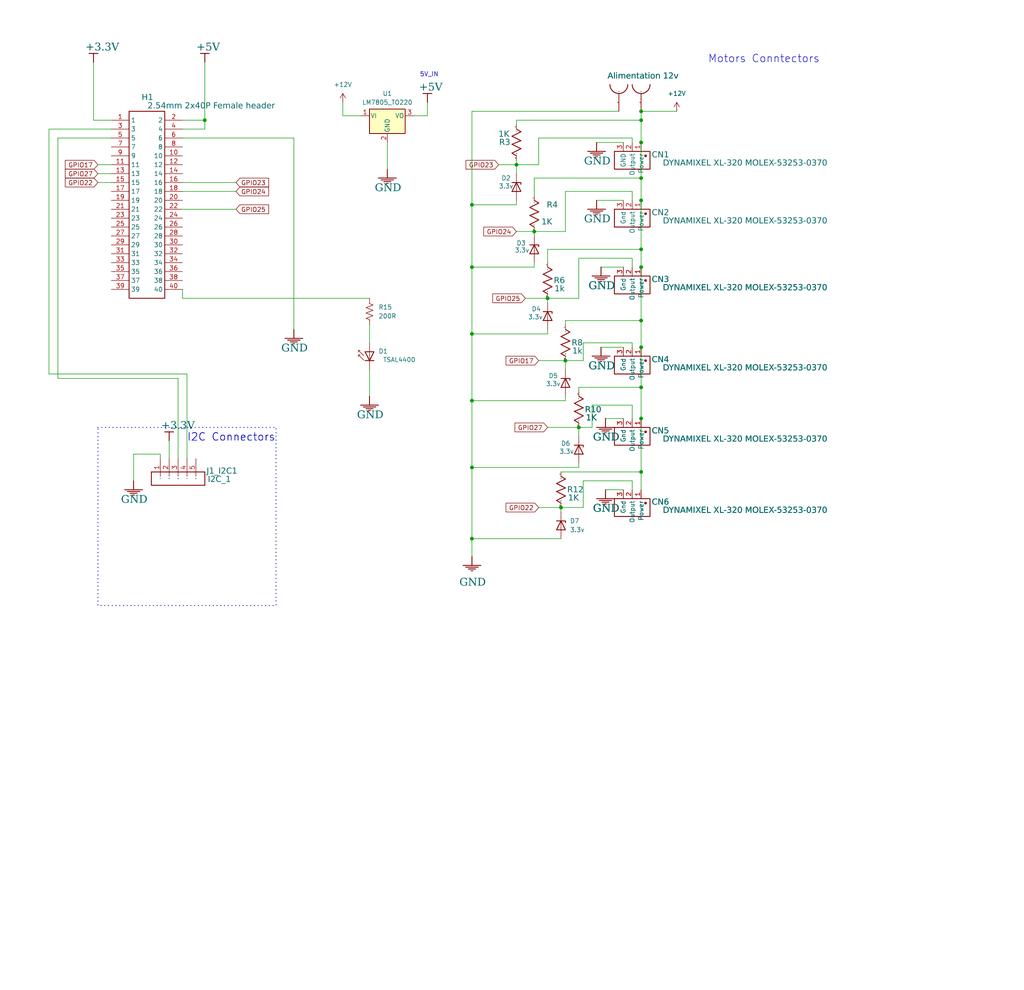
<source format=kicad_sch>
(kicad_sch (version 20250114) (generator "eeschema") (generator_version "9.0")
  (paper "User" 292.1 282.448)
  (lib_symbols
    (symbol "+3.3V" (power) (pin_numbers (hide yes)) (pin_names (hide yes))
      (property "Value" "+3.3V" (at 0 -3.81 0))
      (symbol "+3.3V_0_0"
        (polyline (pts (xy -1.27 -2.54) (xy 1.27 -2.54)) (stroke (width 0.254)))
        (polyline (pts (xy 0 0) (xy 0 -2.54)) (stroke (width 0.254)))
        (pin power_in line (at 0 0 270) (length 0) (name "+3.3V") (number "1"))
      )
    )
    (symbol "+5V" (power) (pin_numbers (hide yes)) (pin_names (hide yes))
      (property "Value" "+5V" (at 0 -3.81 0))
      (symbol "+5V_0_0"
        (polyline (pts (xy -1.27 -2.54) (xy 1.27 -2.54)) (stroke (width 0.254)))
        (polyline (pts (xy 0 0) (xy 0 -2.54)) (stroke (width 0.254)))
        (pin power_in line (at 0 0 270) (length 0) (name "+5V") (number "1"))
      )
    )
    (symbol "2.54mm 2x40P Female header"
      (property "Reference" "H1" (at -1.4986 32.7787 0))
      (property "Value" "2.54mm 2x40P Female header" (at -1.4986 30.4419 0))
      (symbol "2.54mm 2x40P Female header_0_0"
        (rectangle (start -5.08 27.94) (end 5.08 -25.4) (stroke (width 0.254)))
        (pin unspecified line (at -10.16 25.4 0) (length 5.08) (name "1") (number "1"))
        (pin unspecified line (at -10.16 22.86 0) (length 5.08) (name "3") (number "3"))
        (pin unspecified line (at -10.16 20.32 0) (length 5.08) (name "5") (number "5"))
        (pin unspecified line (at -10.16 17.78 0) (length 5.08) (name "7") (number "7"))
        (pin unspecified line (at -10.16 15.24 0) (length 5.08) (name "9") (number "9"))
        (pin unspecified line (at -10.16 12.7 0) (length 5.08) (name "11") (number "11"))
        (pin unspecified line (at -10.16 10.16 0) (length 5.08) (name "13") (number "13"))
        (pin unspecified line (at -10.16 7.62 0) (length 5.08) (name "15") (number "15"))
        (pin unspecified line (at -10.16 5.08 0) (length 5.08) (name "17") (number "17"))
        (pin unspecified line (at -10.16 2.54 0) (length 5.08) (name "19") (number "19"))
        (pin unspecified line (at -10.16 0 0) (length 5.08) (name "21") (number "21"))
        (pin unspecified line (at -10.16 -2.54 0) (length 5.08) (name "23") (number "23"))
        (pin unspecified line (at -10.16 -5.08 0) (length 5.08) (name "25") (number "25"))
        (pin unspecified line (at -10.16 -7.62 0) (length 5.08) (name "27") (number "27"))
        (pin unspecified line (at -10.16 -10.16 0) (length 5.08) (name "29") (number "29"))
        (pin unspecified line (at -10.16 -12.7 0) (length 5.08) (name "31") (number "31"))
        (pin unspecified line (at -10.16 -15.24 0) (length 5.08) (name "33") (number "33"))
        (pin unspecified line (at -10.16 -17.78 0) (length 5.08) (name "35") (number "35"))
        (pin unspecified line (at -10.16 -20.32 0) (length 5.08) (name "37") (number "37"))
        (pin unspecified line (at -10.16 -22.86 0) (length 5.08) (name "39") (number "39"))
        (pin unspecified line (at 10.16 25.4 180) (length 5.08) (name "2") (number "2"))
        (pin unspecified line (at 10.16 22.86 180) (length 5.08) (name "4") (number "4"))
        (pin unspecified line (at 10.16 20.32 180) (length 5.08) (name "6") (number "6"))
        (pin unspecified line (at 10.16 17.78 180) (length 5.08) (name "8") (number "8"))
        (pin unspecified line (at 10.16 15.24 180) (length 5.08) (name "10") (number "10"))
        (pin unspecified line (at 10.16 12.7 180) (length 5.08) (name "12") (number "12"))
        (pin unspecified line (at 10.16 10.16 180) (length 5.08) (name "14") (number "14"))
        (pin unspecified line (at 10.16 7.62 180) (length 5.08) (name "16") (number "16"))
        (pin unspecified line (at 10.16 5.08 180) (length 5.08) (name "18") (number "18"))
        (pin unspecified line (at 10.16 2.54 180) (length 5.08) (name "20") (number "20"))
        (pin unspecified line (at 10.16 0 180) (length 5.08) (name "22") (number "22"))
        (pin unspecified line (at 10.16 -2.54 180) (length 5.08) (name "24") (number "24"))
        (pin unspecified line (at 10.16 -5.08 180) (length 5.08) (name "26") (number "26"))
        (pin unspecified line (at 10.16 -7.62 180) (length 5.08) (name "28") (number "28"))
        (pin unspecified line (at 10.16 -10.16 180) (length 5.08) (name "30") (number "30"))
        (pin unspecified line (at 10.16 -12.7 180) (length 5.08) (name "32") (number "32"))
        (pin unspecified line (at 10.16 -15.24 180) (length 5.08) (name "34") (number "34"))
        (pin unspecified line (at 10.16 -17.78 180) (length 5.08) (name "36") (number "36"))
        (pin unspecified line (at 10.16 -20.32 180) (length 5.08) (name "38") (number "38"))
        (pin unspecified line (at 10.16 -22.86 180) (length 5.08) (name "40") (number "40"))
      )
    )
    (symbol "5PINS_2.54MM"
      (property "Reference" "J1_I2C" (at 13.208 -2.6797 0))
      (property "Value" "I2C_1" (at 13.208 -4.9911 0))
      (symbol "5PINS_2.54MM_0_0"
        (rectangle (start -2.54 -3.81) (end 12.7 -7.62) (stroke (width 0.254)))
        (pin unspecified line (at 0 0 270) (length 5.08) (name "1") (number "1"))
        (pin unspecified line (at 2.54 0 270) (length 5.08) (name "2") (number "2"))
        (pin unspecified line (at 5.08 0 270) (length 5.08) (name "3") (number "3"))
        (pin unspecified line (at 7.62 0 270) (length 5.08) (name "4") (number "4"))
        (pin unspecified line (at 10.16 0 270) (length 5.08) (name "5") (number "5"))
      )
    )
    (symbol "BORNIER 2P"
      (property "Value" "Alimentation 7,5v" (at -7.7978 5.9309 0))
      (symbol "BORNIER 2P_0_0"
        (arc (start -1.27 2.54) (mid -3.81 0) (end -6.35 2.54) (stroke (width 0.254)))
        (arc (start 5.08 2.54) (mid 2.54 0) (end 0 2.54) (stroke (width 0.254)))
        (pin unspecified line (at -3.81 -5.08 90) (length 5.08) (name "2") (number "2"))
        (pin unspecified line (at 2.54 -5.08 90) (length 5.08) (name "1") (number "1"))
      )
    )
    (symbol "DYNAMIXEL XL-320 MOLEX-53253-0370"
      (property "Reference" "CN1" (at 5.588 2.4511 0))
      (property "Value" "DYNAMIXEL XL-320 MOLEX-53253-0370" (at 5.588 0.1651 0))
      (symbol "DYNAMIXEL XL-320 MOLEX-53253-0370_0_0"
        (rectangle (start -5.08 2.54) (end 5.08 -2.54) (stroke (width 0.254)))
        (circle (center 3.81 1.27) (radius 0.254) (stroke (width 0.254)) (fill (type outline)))
        (pin unspecified line (at -2.54 5.08 270) (length 2.54) (name "GND") (number "3"))
        (pin unspecified line (at 0 5.08 270) (length 2.54) (name "Output") (number "2"))
        (pin unspecified line (at 2.54 5.08 270) (length 2.54) (name "Power") (number "1"))
      )
    )
    (symbol "DYNAMIXEL XL-320 MOLEX-53253-0370_1"
      (property "Reference" "CN2" (at 5.588 2.4511 0))
      (property "Value" "DYNAMIXEL XL-320 MOLEX-53253-0370" (at 5.588 0.1651 0))
      (symbol "DYNAMIXEL XL-320 MOLEX-53253-0370_1_0_0"
        (rectangle (start -5.08 2.54) (end 5.08 -2.54) (stroke (width 0.254)))
        (circle (center 3.81 1.27) (radius 0.254) (stroke (width 0.254)) (fill (type outline)))
        (pin unspecified line (at -2.54 5.08 270) (length 2.54) (name "Gnd") (number "3"))
        (pin unspecified line (at 0 5.08 270) (length 2.54) (name "Output") (number "2"))
        (pin unspecified line (at 2.54 5.08 270) (length 2.54) (name "Power") (number "1"))
      )
    )
    (symbol "DYNAMIXEL XL-320 MOLEX-53253-0370_2"
      (property "Reference" "CN3" (at 5.588 2.4511 0))
      (property "Value" "DYNAMIXEL XL-320 MOLEX-53253-0370" (at 5.588 0.1651 0))
      (symbol "DYNAMIXEL XL-320 MOLEX-53253-0370_2_0_0"
        (rectangle (start -5.08 2.54) (end 5.08 -2.54) (stroke (width 0.254)))
        (circle (center 3.81 1.27) (radius 0.254) (stroke (width 0.254)) (fill (type outline)))
        (pin unspecified line (at -2.54 5.08 270) (length 2.54) (name "Gnd") (number "3"))
        (pin unspecified line (at 0 5.08 270) (length 2.54) (name "Output") (number "2"))
        (pin unspecified line (at 2.54 5.08 270) (length 2.54) (name "Power") (number "1"))
      )
    )
    (symbol "DYNAMIXEL XL-320 MOLEX-53253-0370_3"
      (property "Reference" "CN4" (at 5.588 2.4511 0))
      (property "Value" "DYNAMIXEL XL-320 MOLEX-53253-0370" (at 5.588 0.1651 0))
      (symbol "DYNAMIXEL XL-320 MOLEX-53253-0370_3_0_0"
        (rectangle (start -5.08 2.54) (end 5.08 -2.54) (stroke (width 0.254)))
        (circle (center 3.81 1.27) (radius 0.254) (stroke (width 0.254)) (fill (type outline)))
        (pin unspecified line (at -2.54 5.08 270) (length 2.54) (name "Gnd") (number "3"))
        (pin unspecified line (at 0 5.08 270) (length 2.54) (name "Output") (number "2"))
        (pin unspecified line (at 2.54 5.08 270) (length 2.54) (name "Power") (number "1"))
      )
    )
    (symbol "DYNAMIXEL XL-320 MOLEX-53253-0370_4"
      (property "Reference" "CN5" (at 5.588 2.4511 0))
      (property "Value" "DYNAMIXEL XL-320 MOLEX-53253-0370" (at 5.588 0.1651 0))
      (symbol "DYNAMIXEL XL-320 MOLEX-53253-0370_4_0_0"
        (rectangle (start -5.08 2.54) (end 5.08 -2.54) (stroke (width 0.254)))
        (circle (center 3.81 1.27) (radius 0.254) (stroke (width 0.254)) (fill (type outline)))
        (pin unspecified line (at -2.54 5.08 270) (length 2.54) (name "Gnd") (number "3"))
        (pin unspecified line (at 0 5.08 270) (length 2.54) (name "Output") (number "2"))
        (pin unspecified line (at 2.54 5.08 270) (length 2.54) (name "Power") (number "1"))
      )
    )
    (symbol "DYNAMIXEL XL-320 MOLEX-53253-0370_5"
      (property "Reference" "CN6" (at 5.588 2.4511 0))
      (property "Value" "DYNAMIXEL XL-320 MOLEX-53253-0370" (at 5.588 0.1651 0))
      (symbol "DYNAMIXEL XL-320 MOLEX-53253-0370_5_0_0"
        (rectangle (start -5.08 2.54) (end 5.08 -2.54) (stroke (width 0.254)))
        (circle (center 3.81 1.27) (radius 0.254) (stroke (width 0.254)) (fill (type outline)))
        (pin unspecified line (at -2.54 5.08 270) (length 2.54) (name "Gnd") (number "3"))
        (pin unspecified line (at 0 5.08 270) (length 2.54) (name "Output") (number "2"))
        (pin unspecified line (at 2.54 5.08 270) (length 2.54) (name "Power") (number "1"))
      )
    )
    (symbol "Device:R_US" (pin_numbers (hide yes)) (pin_names (offset 0))
      (property "Reference" "R" (at 2.54 0 90))
      (property "Value" "R_US" (at -2.54 0 90))
      (symbol "R_US_0_1"
        (polyline (pts (xy 0 2.286) (xy 0 2.54)))
        (polyline (pts (xy 0 2.286) (xy 1.016 1.905) (xy 0 1.524) (xy -1.016 1.143) (xy 0 0.762)))
        (polyline (pts (xy 0 0.762) (xy 1.016 0.381) (xy 0 0) (xy -1.016 -0.381) (xy 0 -0.762)))
        (polyline (pts (xy 0 -0.762) (xy 1.016 -1.143) (xy 0 -1.524) (xy -1.016 -1.905) (xy 0 -2.286)))
        (polyline (pts (xy 0 -2.286) (xy 0 -2.54)))
      )
      (symbol "R_US_1_1"
        (pin passive line (at 0 3.81 270) (length 1.27) (name "~") (number "1"))
        (pin passive line (at 0 -3.81 90) (length 1.27) (name "~") (number "2"))
      )
    )
    (symbol "Diode:ZPYxx" (pin_numbers (hide yes)) (pin_names (hide yes))
      (property "Reference" "D" (at 0 2.54 0))
      (property "Value" "ZPYxx" (at 0 -2.54 0))
      (symbol "ZPYxx_0_1"
        (polyline (pts (xy -1.27 -1.27) (xy -1.27 1.27) (xy -0.762 1.27)) (stroke (width 0.254)))
        (polyline (pts (xy 1.27 0) (xy -1.27 0)))
        (polyline (pts (xy 1.27 -1.27) (xy 1.27 1.27) (xy -1.27 0) (xy 1.27 -1.27)) (stroke (width 0.254)))
      )
      (symbol "ZPYxx_1_1"
        (pin passive line (at -3.81 0 0) (length 2.54) (name "K") (number "1"))
        (pin passive line (at 3.81 0 180) (length 2.54) (name "A") (number "2"))
      )
    )
    (symbol "GND" (power) (pin_numbers (hide yes)) (pin_names (hide yes))
      (property "Value" "GND" (at 0 -6.35 0))
      (symbol "GND_0_0"
        (polyline (pts (xy -2.54 -2.54) (xy 2.54 -2.54)) (stroke (width 0.254)))
        (polyline (pts (xy -1.778 -3.048) (xy 1.778 -3.048)) (stroke (width 0.254)))
        (polyline (pts (xy -1.016 -3.556) (xy 1.016 -3.556)) (stroke (width 0.254)))
        (polyline (pts (xy -0.254 -4.064) (xy 0.254 -4.064)) (stroke (width 0.254)))
        (polyline (pts (xy 0 0) (xy 0 -2.54)) (stroke (width 0.254)))
        (pin power_in line (at 0 0 270) (length 0) (name "GND") (number "1"))
      )
    )
    (symbol "LED:TSAL4400" (pin_numbers (hide yes)) (pin_names (offset 1.016) (hide yes))
      (property "Reference" "D" (at 0.508 1.778 0))
      (property "Value" "TSAL4400" (at -1.016 -2.794 0))
      (symbol "TSAL4400_0_1"
        (polyline (pts (xy -2.54 1.27) (xy -2.54 -1.27)) (stroke (width 0.254)))
        (polyline (pts (xy -2.413 1.651) (xy -0.889 3.175) (xy -0.889 2.667) (xy -0.889 3.175) (xy -1.397 3.175)))
        (polyline (pts (xy -1.143 1.651) (xy 0.381 3.175) (xy 0.381 2.667)))
        (polyline (pts (xy 0 1.27) (xy -2.54 0) (xy 0 -1.27) (xy 0 1.27)) (stroke (width 0.254)))
        (polyline (pts (xy 0 0) (xy -2.54 0)))
        (polyline (pts (xy 0.381 3.175) (xy -0.127 3.175)))
      )
      (symbol "TSAL4400_1_1"
        (pin passive line (at -5.08 0 0) (length 2.54) (name "K") (number "1"))
        (pin passive line (at 2.54 0 180) (length 2.54) (name "A") (number "2"))
      )
    )
    (symbol "R_0603_US_11"
      (property "Reference" "R12" (at 1.778 0.8763 0))
      (property "Value" "8k" (at 1.778 -1.4097 0))
      (symbol "R_0603_US_11_0_0"
        (polyline (pts (xy -1.27 1.778) (xy 1.27 3.048)) (stroke (width 0.254)))
        (polyline (pts (xy -1.27 -0.508) (xy 1.27 0.508)) (stroke (width 0.254)))
        (polyline (pts (xy -1.27 -3.048) (xy 1.27 -1.778)) (stroke (width 0.254)))
        (polyline (pts (xy 0 -3.81) (xy -1.27 -3.048)) (stroke (width 0.254)))
        (polyline (pts (xy 1.27 3.048) (xy 0 3.81)) (stroke (width 0.254)))
        (polyline (pts (xy 1.27 0.508) (xy -1.27 1.778)) (stroke (width 0.254)))
        (polyline (pts (xy 1.27 -1.778) (xy -1.27 -0.508)) (stroke (width 0.254)))
        (pin unspecified line (at 0 5.08 270) (length 1.27) (name "1") (number "1"))
        (pin unspecified line (at 0 -5.08 90) (length 1.27) (name "2") (number "2"))
      )
    )
    (symbol "R_0603_US_2"
      (property "Reference" "R3" (at 1.778 0.9017 0))
      (property "Value" "8k" (at 1.778 -1.3843 0))
      (symbol "R_0603_US_2_0_0"
        (polyline (pts (xy -1.27 1.778) (xy 1.27 0.508)) (stroke (width 0.254)))
        (polyline (pts (xy -1.27 -0.508) (xy 1.27 -1.778)) (stroke (width 0.254)))
        (polyline (pts (xy -1.27 -3.048) (xy 0 -3.81)) (stroke (width 0.254)))
        (polyline (pts (xy 0 3.81) (xy 1.27 3.048)) (stroke (width 0.254)))
        (polyline (pts (xy 1.27 3.048) (xy -1.27 1.778)) (stroke (width 0.254)))
        (polyline (pts (xy 1.27 0.508) (xy -1.27 -0.508)) (stroke (width 0.254)))
        (polyline (pts (xy 1.27 -1.778) (xy -1.27 -3.048)) (stroke (width 0.254)))
        (pin unspecified line (at 0 5.08 270) (length 1.27) (name "2") (number "2"))
        (pin unspecified line (at 0 -5.08 90) (length 1.27) (name "1") (number "1"))
      )
    )
    (symbol "R_0603_US_3"
      (property "Reference" "R4" (at 3.556 3.3909 0))
      (property "Value" "8k" (at 1.778 -1.4097 0))
      (symbol "R_0603_US_3_0_0"
        (polyline (pts (xy -1.27 1.778) (xy 1.27 3.048)) (stroke (width 0.254)))
        (polyline (pts (xy -1.27 -0.508) (xy 1.27 0.508)) (stroke (width 0.254)))
        (polyline (pts (xy -1.27 -3.048) (xy 1.27 -1.778)) (stroke (width 0.254)))
        (polyline (pts (xy 0 -3.81) (xy -1.27 -3.048)) (stroke (width 0.254)))
        (polyline (pts (xy 1.27 3.048) (xy 0 3.81)) (stroke (width 0.254)))
        (polyline (pts (xy 1.27 0.508) (xy -1.27 1.778)) (stroke (width 0.254)))
        (polyline (pts (xy 1.27 -1.778) (xy -1.27 -0.508)) (stroke (width 0.254)))
        (pin unspecified line (at 0 5.08 270) (length 1.27) (name "1") (number "1"))
        (pin unspecified line (at 0 -5.08 90) (length 1.27) (name "2") (number "2"))
      )
    )
    (symbol "R_0603_US_5"
      (property "Reference" "R6" (at 1.778 0.8763 0))
      (property "Value" "8k" (at 1.778 -1.4097 0))
      (symbol "R_0603_US_5_0_0"
        (polyline (pts (xy -1.27 1.778) (xy 1.27 3.048)) (stroke (width 0.254)))
        (polyline (pts (xy -1.27 -0.508) (xy 1.27 0.508)) (stroke (width 0.254)))
        (polyline (pts (xy -1.27 -3.048) (xy 1.27 -1.778)) (stroke (width 0.254)))
        (polyline (pts (xy 0 -3.81) (xy -1.27 -3.048)) (stroke (width 0.254)))
        (polyline (pts (xy 1.27 3.048) (xy 0 3.81)) (stroke (width 0.254)))
        (polyline (pts (xy 1.27 0.508) (xy -1.27 1.778)) (stroke (width 0.254)))
        (polyline (pts (xy 1.27 -1.778) (xy -1.27 -0.508)) (stroke (width 0.254)))
        (pin unspecified line (at 0 5.08 270) (length 1.27) (name "1") (number "1"))
        (pin unspecified line (at 0 -5.08 90) (length 1.27) (name "2") (number "2"))
      )
    )
    (symbol "R_0603_US_7"
      (property "Reference" "R8" (at 1.778 0.8763 0))
      (property "Value" "8k" (at 1.778 -1.4097 0))
      (symbol "R_0603_US_7_0_0"
        (polyline (pts (xy -1.27 1.778) (xy 1.27 3.048)) (stroke (width 0.254)))
        (polyline (pts (xy -1.27 -0.508) (xy 1.27 0.508)) (stroke (width 0.254)))
        (polyline (pts (xy -1.27 -3.048) (xy 1.27 -1.778)) (stroke (width 0.254)))
        (polyline (pts (xy 0 -3.81) (xy -1.27 -3.048)) (stroke (width 0.254)))
        (polyline (pts (xy 1.27 3.048) (xy 0 3.81)) (stroke (width 0.254)))
        (polyline (pts (xy 1.27 0.508) (xy -1.27 1.778)) (stroke (width 0.254)))
        (polyline (pts (xy 1.27 -1.778) (xy -1.27 -0.508)) (stroke (width 0.254)))
        (pin unspecified line (at 0 5.08 270) (length 1.27) (name "1") (number "1"))
        (pin unspecified line (at 0 -5.08 90) (length 1.27) (name "2") (number "2"))
      )
    )
    (symbol "R_0603_US_9"
      (property "Reference" "R10" (at 1.778 0.8763 0))
      (property "Value" "8k" (at 1.778 -1.4097 0))
      (symbol "R_0603_US_9_0_0"
        (polyline (pts (xy -1.27 1.778) (xy 1.27 3.048)) (stroke (width 0.254)))
        (polyline (pts (xy -1.27 -0.508) (xy 1.27 0.508)) (stroke (width 0.254)))
        (polyline (pts (xy -1.27 -3.048) (xy 1.27 -1.778)) (stroke (width 0.254)))
        (polyline (pts (xy 0 -3.81) (xy -1.27 -3.048)) (stroke (width 0.254)))
        (polyline (pts (xy 1.27 3.048) (xy 0 3.81)) (stroke (width 0.254)))
        (polyline (pts (xy 1.27 0.508) (xy -1.27 1.778)) (stroke (width 0.254)))
        (polyline (pts (xy 1.27 -1.778) (xy -1.27 -0.508)) (stroke (width 0.254)))
        (pin unspecified line (at 0 5.08 270) (length 1.27) (name "1") (number "1"))
        (pin unspecified line (at 0 -5.08 90) (length 1.27) (name "2") (number "2"))
      )
    )
    (symbol "Regulator_Linear:LM7805_TO220" (pin_names (offset 0.254))
      (property "Reference" "U" (at -3.81 3.175 0))
      (property "Value" "LM7805_TO220" (at 0 3.175 0))
      (symbol "LM7805_TO220_0_1"
        (rectangle (start -5.08 1.905) (end 5.08 -5.08) (stroke (width 0.254)) (fill (type background)))
      )
      (symbol "LM7805_TO220_1_1"
        (pin power_in line (at -7.62 0 0) (length 2.54) (name "VI") (number "1"))
        (pin power_in line (at 0 -7.62 90) (length 2.54) (name "GND") (number "2"))
        (pin power_out line (at 7.62 0 180) (length 2.54) (name "VO") (number "3"))
      )
    )
    (symbol "power:+12V" (power) (pin_numbers (hide yes)) (pin_names (offset 0) (hide yes))
      (property "Value" "+12V" (at 0 3.556 0))
      (symbol "+12V_0_1"
        (polyline (pts (xy -0.762 1.27) (xy 0 2.54)))
        (polyline (pts (xy 0 2.54) (xy 0.762 1.27)))
        (polyline (pts (xy 0 0) (xy 0 2.54)))
      )
      (symbol "+12V_1_1"
        (pin power_in line (at 0 0 90) (length 0) (name "~") (number "1"))
      )
    )
  )
  (rectangle (start 27.94 121.92) (end 78.74 172.72) (stroke (width 0.254) (type dot)))
  (text "5V_IN" (at 122.428 21.336 0) (effects (font (size 1.27 1.27))))
  (text "Motors Conntectors" (at 201.93 15.6083 0) (effects (font (size 2.1717 2.1717)) (justify left top)))
  (text "I2C Connectors" (at 53.34 123.5583 0) (effects (font (size 2.1717 2.1717)) (justify left top)))
  (text "I2C Connectors" (at 53.34 123.5583 0) (effects (font (size 2.1717 2.1717)) (justify left top)))
  (junction (at 182.88 57.15))
  (junction (at 134.62 95.25))
  (junction (at 156.21 85.09))
  (junction (at 182.88 31.75))
  (junction (at 134.62 114.3))
  (junction (at 182.88 50.8))
  (junction (at 134.62 58.42))
  (junction (at 161.29 102.87))
  (junction (at 182.88 76.2))
  (junction (at 182.88 99.06))
  (junction (at 58.42 34.29))
  (junction (at 182.88 34.29))
  (junction (at 152.4 66.04))
  (junction (at 160.02 144.78))
  (junction (at 182.88 119.38))
  (junction (at 134.62 153.67))
  (junction (at 134.62 133.35))
  (junction (at 182.88 134.62))
  (junction (at 147.32 46.99))
  (junction (at 182.88 110.49))
  (junction (at 182.88 91.44))
  (junction (at 134.62 76.2))
  (junction (at 182.88 71.12))
  (junction (at 182.88 40.64))
  (junction (at 165.1 121.92))
  (wire (pts (xy 153.67 144.78) (xy 160.02 144.78)))
  (wire (pts (xy 182.88 34.29) (xy 182.88 31.75)))
  (wire (pts (xy 166.37 102.87) (xy 161.29 102.87)))
  (wire (pts (xy 182.88 91.44) (xy 182.88 99.06)))
  (wire (pts (xy 67.31 54.61) (xy 52.07 54.61)))
  (wire (pts (xy 58.42 34.29) (xy 58.42 36.83)))
  (wire (pts (xy 16.51 107.95) (xy 50.8 107.95)))
  (wire (pts (xy 134.62 133.35) (xy 134.62 153.67)))
  (wire (pts (xy 165.1 73.66) (xy 165.1 85.09)))
  (wire (pts (xy 26.67 34.29) (xy 31.75 34.29)))
  (wire (pts (xy 182.88 110.49) (xy 182.88 119.38)))
  (wire (pts (xy 134.62 31.75) (xy 134.62 58.42)))
  (wire (pts (xy 180.34 97.79) (xy 166.37 97.79)))
  (wire (pts (xy 166.37 144.78) (xy 166.37 137.16)))
  (wire (pts (xy 176.53 31.75) (xy 134.62 31.75)))
  (wire (pts (xy 161.29 114.3) (xy 134.62 114.3)))
  (wire (pts (xy 180.34 40.64) (xy 180.34 39.37)))
  (wire (pts (xy 182.88 99.06) (xy 182.88 110.49)))
  (wire (pts (xy 38.1 129.54) (xy 38.1 137.16)))
  (wire (pts (xy 97.79 33.02) (xy 102.87 33.02)))
  (wire (pts (xy 121.92 29.21) (xy 121.92 33.02)))
  (wire (pts (xy 105.41 92.71) (xy 105.41 97.79)))
  (wire (pts (xy 67.31 52.07) (xy 52.07 52.07)))
  (wire (pts (xy 182.88 71.12) (xy 182.88 76.2)))
  (wire (pts (xy 142.24 46.99) (xy 147.32 46.99)))
  (wire (pts (xy 134.62 95.25) (xy 134.62 114.3)))
  (wire (pts (xy 166.37 97.79) (xy 166.37 102.87)))
  (wire (pts (xy 27.94 46.99) (xy 31.75 46.99)))
  (wire (pts (xy 168.91 115.57) (xy 180.34 115.57)))
  (wire (pts (xy 147.32 58.42) (xy 134.62 58.42)))
  (wire (pts (xy 105.41 105.41) (xy 105.41 113.03)))
  (wire (pts (xy 165.1 121.92) (xy 168.91 121.92)))
  (wire (pts (xy 152.4 55.88) (xy 152.4 50.8)))
  (wire (pts (xy 152.4 76.2) (xy 134.62 76.2)))
  (wire (pts (xy 152.4 66.04) (xy 152.4 67.31)))
  (wire (pts (xy 161.29 91.44) (xy 182.88 91.44)))
  (wire (pts (xy 156.21 95.25) (xy 134.62 95.25)))
  (wire (pts (xy 161.29 54.61) (xy 161.29 66.04)))
  (wire (pts (xy 153.67 102.87) (xy 161.29 102.87)))
  (wire (pts (xy 52.07 34.29) (xy 58.42 34.29)))
  (wire (pts (xy 134.62 114.3) (xy 134.62 133.35)))
  (wire (pts (xy 165.1 133.35) (xy 134.62 133.35)))
  (wire (pts (xy 156.21 93.98) (xy 156.21 95.25)))
  (wire (pts (xy 147.32 35.56) (xy 147.32 34.29)))
  (wire (pts (xy 161.29 102.87) (xy 161.29 105.41)))
  (wire (pts (xy 170.18 40.64) (xy 177.8 40.64)))
  (wire (pts (xy 134.62 58.42) (xy 134.62 76.2)))
  (wire (pts (xy 180.34 115.57) (xy 180.34 119.38)))
  (wire (pts (xy 160.02 144.78) (xy 166.37 144.78)))
  (wire (pts (xy 48.26 125.73) (xy 48.26 130.81)))
  (wire (pts (xy 171.45 76.2) (xy 177.8 76.2)))
  (wire (pts (xy 172.72 139.7) (xy 177.8 139.7)))
  (wire (pts (xy 26.67 17.78) (xy 26.67 34.29)))
  (wire (pts (xy 170.18 57.15) (xy 177.8 57.15)))
  (wire (pts (xy 182.88 50.8) (xy 182.88 40.64)))
  (wire (pts (xy 149.86 85.09) (xy 156.21 85.09)))
  (wire (pts (xy 182.88 57.15) (xy 182.88 71.12)))
  (wire (pts (xy 165.1 121.92) (xy 165.1 124.46)))
  (wire (pts (xy 160.02 134.62) (xy 182.88 134.62)))
  (wire (pts (xy 147.32 66.04) (xy 152.4 66.04)))
  (wire (pts (xy 180.34 39.37) (xy 153.67 39.37)))
  (wire (pts (xy 27.94 52.07) (xy 31.75 52.07)))
  (wire (pts (xy 180.34 57.15) (xy 180.34 54.61)))
  (wire (pts (xy 180.34 99.06) (xy 180.34 97.79)))
  (wire (pts (xy 45.72 130.81) (xy 45.72 129.54)))
  (wire (pts (xy 156.21 71.12) (xy 156.21 74.93)))
  (wire (pts (xy 152.4 50.8) (xy 182.88 50.8)))
  (wire (pts (xy 52.07 39.37) (xy 83.82 39.37)))
  (wire (pts (xy 45.72 129.54) (xy 38.1 129.54)))
  (wire (pts (xy 182.88 119.38) (xy 182.88 134.62)))
  (wire (pts (xy 180.34 76.2) (xy 180.34 73.66)))
  (wire (pts (xy 165.1 132.08) (xy 165.1 133.35)))
  (wire (pts (xy 182.88 57.15) (xy 182.88 50.8)))
  (wire (pts (xy 147.32 45.72) (xy 147.32 46.99)))
  (wire (pts (xy 52.07 85.09) (xy 105.41 85.09)))
  (wire (pts (xy 134.62 76.2) (xy 134.62 95.25)))
  (wire (pts (xy 165.1 111.76) (xy 165.1 110.49)))
  (wire (pts (xy 27.94 49.53) (xy 31.75 49.53)))
  (wire (pts (xy 182.88 40.64) (xy 182.88 34.29)))
  (wire (pts (xy 16.51 39.37) (xy 31.75 39.37)))
  (wire (pts (xy 161.29 92.71) (xy 161.29 91.44)))
  (wire (pts (xy 13.97 106.68) (xy 53.34 106.68)))
  (wire (pts (xy 50.8 107.95) (xy 50.8 130.81)))
  (wire (pts (xy 147.32 46.99) (xy 147.32 49.53)))
  (wire (pts (xy 118.11 33.02) (xy 121.92 33.02)))
  (wire (pts (xy 172.72 119.38) (xy 177.8 119.38)))
  (wire (pts (xy 52.07 82.55) (xy 52.07 85.09)))
  (wire (pts (xy 180.34 54.61) (xy 161.29 54.61)))
  (wire (pts (xy 58.42 17.78) (xy 58.42 34.29)))
  (wire (pts (xy 156.21 85.09) (xy 156.21 86.36)))
  (wire (pts (xy 134.62 153.67) (xy 134.62 158.75)))
  (wire (pts (xy 160.02 146.05) (xy 160.02 144.78)))
  (wire (pts (xy 161.29 66.04) (xy 152.4 66.04)))
  (wire (pts (xy 67.31 59.69) (xy 52.07 59.69)))
  (wire (pts (xy 165.1 110.49) (xy 182.88 110.49)))
  (wire (pts (xy 180.34 73.66) (xy 165.1 73.66)))
  (wire (pts (xy 182.88 76.2) (xy 182.88 91.44)))
  (wire (pts (xy 156.21 71.12) (xy 182.88 71.12)))
  (wire (pts (xy 147.32 57.15) (xy 147.32 58.42)))
  (wire (pts (xy 166.37 137.16) (xy 180.34 137.16)))
  (wire (pts (xy 180.34 137.16) (xy 180.34 139.7)))
  (wire (pts (xy 161.29 113.03) (xy 161.29 114.3)))
  (wire (pts (xy 58.42 36.83) (xy 52.07 36.83)))
  (wire (pts (xy 182.88 134.62) (xy 182.88 139.7)))
  (wire (pts (xy 152.4 74.93) (xy 152.4 76.2)))
  (wire (pts (xy 156.21 121.92) (xy 165.1 121.92)))
  (wire (pts (xy 147.32 34.29) (xy 182.88 34.29)))
  (wire (pts (xy 168.91 121.92) (xy 168.91 115.57)))
  (wire (pts (xy 16.51 107.95) (xy 16.51 39.37)))
  (wire (pts (xy 153.67 46.99) (xy 147.32 46.99)))
  (wire (pts (xy 160.02 153.67) (xy 134.62 153.67)))
  (wire (pts (xy 97.79 29.21) (xy 97.79 33.02)))
  (wire (pts (xy 153.67 39.37) (xy 153.67 46.99)))
  (wire (pts (xy 110.49 40.64) (xy 110.49 48.26)))
  (wire (pts (xy 53.34 106.68) (xy 53.34 130.81)))
  (wire (pts (xy 171.45 99.06) (xy 177.8 99.06)))
  (wire (pts (xy 83.82 39.37) (xy 83.82 93.98)))
  (wire (pts (xy 165.1 85.09) (xy 156.21 85.09)))
  (wire (pts (xy 13.97 106.68) (xy 13.97 36.83)))
  (wire (pts (xy 13.97 36.83) (xy 31.75 36.83)))
  (wire (pts (xy 182.88 31.75) (xy 193.04 31.75)))
  (global_label "GPIO23" (shape input) (at 67.31 52.07 0) (property "Intersheetrefs" "${INTERSHEET_REFS}" (effects (hide yes))))
  (global_label "GPIO22" (shape input) (at 27.94 52.07 180) (property "Intersheetrefs" "${INTERSHEET_REFS}" (effects (hide yes))))
  (global_label "GPIO24" (shape input) (at 67.31 54.61 0) (property "Intersheetrefs" "${INTERSHEET_REFS}" (effects (hide yes))))
  (global_label "GPIO27" (shape input) (at 156.21 121.92 180) (property "Intersheetrefs" "${INTERSHEET_REFS}" (effects (hide yes))))
  (global_label "GPIO22" (shape input) (at 153.67 144.78 180) (property "Intersheetrefs" "${INTERSHEET_REFS}" (effects (hide yes))))
  (global_label "GPIO24" (shape input) (at 147.32 66.04 180) (property "Intersheetrefs" "${INTERSHEET_REFS}" (effects (hide yes))))
  (global_label "GPIO17" (shape input) (at 153.67 102.87 180) (property "Intersheetrefs" "${INTERSHEET_REFS}" (effects (hide yes))))
  (global_label "GPIO25" (shape input) (at 67.31 59.69 0) (property "Intersheetrefs" "${INTERSHEET_REFS}" (effects (hide yes))))
  (global_label "GPIO25" (shape input) (at 149.86 85.09 180) (property "Intersheetrefs" "${INTERSHEET_REFS}" (effects (hide yes))))
  (global_label "GPIO27" (shape input) (at 27.94 49.53 180) (property "Intersheetrefs" "${INTERSHEET_REFS}" (effects (hide yes))))
  (global_label "GPIO17" (shape input) (at 27.94 46.99 180) (property "Intersheetrefs" "${INTERSHEET_REFS}" (effects (hide yes))))
  (global_label "GPIO23" (shape input) (at 142.24 46.99 180) (property "Intersheetrefs" "${INTERSHEET_REFS}" (effects (hide yes))))
  (symbol (lib_id "LED:TSAL4400") (at 105.41 100.33 90) (unit 1)
    (property "Reference" "D1" (at 107.95 100.2029 90) (effects (justify right)))
    (property "Value" "TSAL4400" (at 109.22 102.616 90) (effects (justify right)))
    (property "Footprint" "LED_THT:LED_D3.0mm_IRBlack" (effects (hide yes)))
    (property "Datasheet" "http://www.vishay.com/docs/81006/tsal4400.pdf" (effects (hide yes)))
    (property "Description" "Infrared LED , 3mm LED package" (effects (hide yes)))
  )
  (symbol (lib_id "GND") (at 110.49 48.26 0) (unit 0)
    (property "Reference" "#PWR05" (effects (hide yes)))
    (property "Value" "GND" (at 107.188 54.864 0) (effects (font (size 2.1717 2.1717)) (justify left bottom)))
    (property "Description" "電源符號建立名為 'GND' 的全域標籤" (effects (hide yes)))
  )
  (symbol (lib_id "+5V") (at 121.92 29.21 0) (mirror x) (unit 1)
    (property "Reference" "#PWR02" (effects (hide yes)))
    (property "Value" "+5V" (at 119.38 26.162 0) (effects (font (size 2.1717 2.1717)) (justify left top)))
    (property "Description" "電源符號建立名為 '+5V' 的全域標籤" (effects (hide yes)))
  )
  (symbol (lib_id "DYNAMIXEL XL-320 MOLEX-53253-0370_3") (at 180.34 104.14 0) (unit 1)
    (property "Reference" "CN4" (at 185.928 101.6889 0) (effects (font (size 1.6891 1.6891)) (justify left top)))
    (property "Value" "DYNAMIXEL XL-320 MOLEX-53253-0370" (at 185.928 103.9749 0) (effects (font (size 1.6891 1.6891)) (justify left top)))
    (property "Footprint" "Connector_PinHeader_2.54mm:PinHeader_1x03_P2.54mm_Horizontal" (effects (hide yes)))
  )
  (symbol (lib_id "GND") (at 171.45 99.06 0) (unit 0)
    (property "Reference" "#PWR0107" (effects (hide yes)))
    (property "Value" "GND" (at 168.148 105.664 0) (effects (font (size 2.1717 2.1717)) (justify left bottom)))
    (property "Description" "電源符號建立名為 'GND' 的全域標籤" (effects (hide yes)))
  )
  (symbol (lib_id "GND") (at 172.72 119.38 0) (unit 0)
    (property "Reference" "#PWR0111" (effects (hide yes)))
    (property "Value" "GND" (at 169.418 125.984 0) (effects (font (size 2.1717 2.1717)) (justify left bottom)))
    (property "Description" "電源符號建立名為 'GND' 的全域標籤" (effects (hide yes)))
  )
  (symbol (lib_id "GND") (at 172.72 139.7 0) (unit 0)
    (property "Reference" "#PWR0112" (effects (hide yes)))
    (property "Value" "GND" (at 169.418 146.304 0) (effects (font (size 2.1717 2.1717)) (justify left bottom)))
    (property "Description" "電源符號建立名為 'GND' 的全域標籤" (effects (hide yes)))
  )
  (symbol (lib_id "GND") (at 170.18 40.64 0) (unit 0)
    (property "Reference" "#PWR0101" (effects (hide yes)))
    (property "Value" "GND" (at 166.878 47.244 0) (effects (font (size 2.1717 2.1717)) (justify left bottom)))
    (property "Description" "電源符號建立名為 'GND' 的全域標籤" (effects (hide yes)))
  )
  (symbol (lib_id "+3.3V") (at 26.67 17.78 0) (mirror x) (unit 0)
    (property "Reference" "#PWR0110" (effects (hide yes)))
    (property "Value" "+3.3V" (at 24.13 14.732 0) (effects (font (size 2.1717 2.1717)) (justify left top)))
    (property "Description" "電源符號建立名為 '+3.3V' 的全域標籤" (effects (hide yes)))
  )
  (symbol (lib_id "GND") (at 105.41 113.03 0) (unit 0)
    (property "Reference" "#PWR0104" (effects (hide yes)))
    (property "Value" "GND" (at 102.108 119.634 0) (effects (font (size 2.1717 2.1717)) (justify left bottom)))
    (property "Description" "電源符號建立名為 'GND' 的全域標籤" (effects (hide yes)))
  )
  (symbol (lib_id "DYNAMIXEL XL-320 MOLEX-53253-0370_1") (at 180.34 62.23 0) (unit 1)
    (property "Reference" "CN2" (at 185.928 59.7789 0) (effects (font (size 1.6891 1.6891)) (justify left top)))
    (property "Value" "DYNAMIXEL XL-320 MOLEX-53253-0370" (at 185.928 62.0649 0) (effects (font (size 1.6891 1.6891)) (justify left top)))
    (property "Footprint" "Connector_PinHeader_2.54mm:PinHeader_1x03_P2.54mm_Horizontal" (effects (hide yes)))
  )
  (symbol (lib_id "Regulator_Linear:LM7805_TO220") (at 110.49 33.02 0) (unit 1)
    (property "Reference" "U1" (at 110.49 26.67 0))
    (property "Value" "LM7805_TO220" (at 110.49 29.21 0))
    (property "Footprint" "Package_TO_SOT_THT:TO-220-3_Vertical" (effects (hide yes)))
    (property "Datasheet" "https://www.onsemi.cn/PowerSolutions/document/MC7800-D.PDF" (effects (hide yes)))
    (property "Description" "Positive 1A 35V Linear Regulator, Fixed Output 5V, TO-220" (effects (hide yes)))
  )
  (symbol (lib_id "R_0603_US_3") (at 152.4 60.96 0) (unit 1)
    (property "Reference" "R4" (at 155.956 57.5691 0) (effects (font (size 1.6891 1.6891)) (justify left top)))
    (property "Value" "1K" (at 154.178 62.3697 0) (effects (font (size 1.6891 1.6891)) (justify left top)))
    (property "Footprint" "Resistor_THT:R_Axial_DIN0204_L3.6mm_D1.6mm_P2.54mm_Vertical" (effects (hide yes)))
  )
  (symbol (lib_id "Diode:ZPYxx") (at 160.02 149.86 270) (unit 1)
    (property "Reference" "D7" (at 162.56 148.5899 90) (effects (justify left)))
    (property "Value" "3.3v" (at 162.56 151.1299 90) (effects (justify left)))
    (property "Footprint" "Diode_THT:D_DO-41_SOD81_P2.54mm_Vertical_AnodeUp" (effects (hide yes)))
    (property "Datasheet" "http://www.vishay.com/docs/85790/zpy3v9.pdf" (effects (hide yes)))
    (property "Description" "1300mW Zener Diode, DO-41" (effects (hide yes)))
  )
  (symbol (lib_id "GND") (at 83.82 93.98 0) (unit 0)
    (property "Reference" "#PWR0105" (effects (hide yes)))
    (property "Value" "GND" (at 80.518 100.584 0) (effects (font (size 2.1717 2.1717)) (justify left bottom)))
    (property "Description" "電源符號建立名為 'GND' 的全域標籤" (effects (hide yes)))
  )
  (symbol (lib_id "Diode:ZPYxx") (at 152.4 71.12 270) (unit 1)
    (property "Reference" "D3" (at 147.32 69.342 90) (effects (justify left)))
    (property "Value" "3.3v" (at 146.812 71.374 90) (effects (justify left)))
    (property "Footprint" "Diode_THT:D_DO-41_SOD81_P2.54mm_Vertical_AnodeUp" (effects (hide yes)))
    (property "Datasheet" "http://www.vishay.com/docs/85790/zpy3v9.pdf" (effects (hide yes)))
    (property "Description" "1300mW Zener Diode, DO-41" (effects (hide yes)))
  )
  (symbol (lib_id "Diode:ZPYxx") (at 156.21 90.17 270) (unit 1)
    (property "Reference" "D4" (at 151.638 88.138 90) (effects (justify left)))
    (property "Value" "3.3v" (at 150.622 90.424 90) (effects (justify left)))
    (property "Footprint" "Diode_THT:D_DO-41_SOD81_P2.54mm_Vertical_AnodeUp" (effects (hide yes)))
    (property "Datasheet" "http://www.vishay.com/docs/85790/zpy3v9.pdf" (effects (hide yes)))
    (property "Description" "1300mW Zener Diode, DO-41" (effects (hide yes)))
  )
  (symbol (lib_id "power:+12V") (at 97.79 29.21 0) (unit 1)
    (property "Reference" "#PWR04" (effects (hide yes)))
    (property "Value" "+12V" (at 97.79 24.13 0))
    (property "Description" "Power symbol creates a global label with name \"+12V\"" (effects (hide yes)))
  )
  (symbol (lib_id "Diode:ZPYxx") (at 161.29 109.22 270) (unit 1)
    (property "Reference" "D5" (at 156.464 107.188 90) (effects (justify left)))
    (property "Value" "3.3v" (at 155.702 109.474 90) (effects (justify left)))
    (property "Footprint" "Diode_THT:D_DO-41_SOD81_P2.54mm_Vertical_AnodeUp" (effects (hide yes)))
    (property "Datasheet" "http://www.vishay.com/docs/85790/zpy3v9.pdf" (effects (hide yes)))
    (property "Description" "1300mW Zener Diode, DO-41" (effects (hide yes)))
  )
  (symbol (lib_id "GND") (at 134.62 158.75 0) (unit 0)
    (property "Reference" "#PWR0106" (effects (hide yes)))
    (property "Value" "GND" (at 131.318 167.386 0) (effects (font (size 2.1717 2.1717)) (justify left bottom)))
    (property "Description" "電源符號建立名為 'GND' 的全域標籤" (effects (hide yes)))
  )
  (symbol (lib_id "power:+12V") (at 193.04 31.75 0) (unit 1)
    (property "Reference" "#PWR03" (effects (hide yes)))
    (property "Value" "+12V" (at 193.04 26.67 0))
    (property "Description" "Power symbol creates a global label with name \"+12V\"" (effects (hide yes)))
  )
  (symbol (lib_id "R_0603_US_9") (at 165.1 116.84 0) (unit 1)
    (property "Reference" "R10" (at 166.878 115.9637 0) (effects (font (size 1.6891 1.6891)) (justify left top)))
    (property "Value" "1K" (at 166.878 118.2497 0) (effects (font (size 1.6891 1.6891)) (justify left top)))
    (property "Footprint" "Resistor_THT:R_Axial_DIN0204_L3.6mm_D1.6mm_P2.54mm_Vertical" (effects (hide yes)))
  )
  (symbol (lib_id "+3.3V") (at 48.26 125.73 0) (mirror x) (unit 0)
    (property "Reference" "#PWR01" (effects (hide yes)))
    (property "Value" "+3.3V" (at 45.72 122.682 0) (effects (font (size 2.1717 2.1717)) (justify left top)))
    (property "Description" "電源符號建立名為 '+3.3V' 的全域標籤" (effects (hide yes)))
  )
  (symbol (lib_id "Diode:ZPYxx") (at 165.1 128.27 270) (unit 1)
    (property "Reference" "D6" (at 160.02 126.492 90) (effects (justify left)))
    (property "Value" "3.3v" (at 159.512 128.778 90) (effects (justify left)))
    (property "Footprint" "Diode_THT:D_DO-41_SOD81_P2.54mm_Vertical_AnodeUp" (effects (hide yes)))
    (property "Datasheet" "http://www.vishay.com/docs/85790/zpy3v9.pdf" (effects (hide yes)))
    (property "Description" "1300mW Zener Diode, DO-41" (effects (hide yes)))
  )
  (symbol (lib_id "R_0603_US_5") (at 156.21 80.01 0) (unit 1)
    (property "Reference" "R6" (at 157.988 79.1337 0) (effects (font (size 1.6891 1.6891)) (justify left top)))
    (property "Value" "1k" (at 157.988 81.4197 0) (effects (font (size 1.6891 1.6891)) (justify left top)))
    (property "Footprint" "Resistor_THT:R_Axial_DIN0204_L3.6mm_D1.6mm_P2.54mm_Vertical" (effects (hide yes)))
  )
  (symbol (lib_id "GND") (at 170.18 57.15 0) (unit 0)
    (property "Reference" "#PWR0102" (effects (hide yes)))
    (property "Value" "GND" (at 166.878 63.754 0) (effects (font (size 2.1717 2.1717)) (justify left bottom)))
    (property "Description" "電源符號建立名為 'GND' 的全域標籤" (effects (hide yes)))
  )
  (symbol (lib_id "R_0603_US_11") (at 160.02 139.7 0) (unit 1)
    (property "Reference" "R12" (at 161.798 138.8237 0) (effects (font (size 1.6891 1.6891)) (justify left top)))
    (property "Value" "1K" (at 161.798 141.1097 0) (effects (font (size 1.6891 1.6891)) (justify left top)))
    (property "Footprint" "Resistor_THT:R_Axial_DIN0204_L3.6mm_D1.6mm_P2.54mm_Vertical" (effects (hide yes)))
  )
  (symbol (lib_id "Diode:ZPYxx") (at 147.32 53.34 270) (unit 1)
    (property "Reference" "D2" (at 143.002 50.8 90) (effects (justify left)))
    (property "Value" "3.3v" (at 142.24 53.086 90) (effects (justify left)))
    (property "Footprint" "Diode_THT:D_DO-41_SOD81_P2.54mm_Vertical_AnodeUp" (effects (hide yes)))
    (property "Datasheet" "http://www.vishay.com/docs/85790/zpy3v9.pdf" (effects (hide yes)))
    (property "Description" "1300mW Zener Diode, DO-41" (effects (hide yes)))
  )
  (symbol (lib_id "GND") (at 171.45 76.2 0) (unit 0)
    (property "Reference" "#PWR0108" (effects (hide yes)))
    (property "Value" "GND" (at 168.148 82.804 0) (effects (font (size 2.1717 2.1717)) (justify left bottom)))
    (property "Description" "電源符號建立名為 'GND' 的全域標籤" (effects (hide yes)))
  )
  (symbol (lib_id "BORNIER 2P") (at 180.34 26.67 0) (unit 1)
    (property "Reference" "U2" (effects (hide yes)))
    (property "Value" "Alimentation 12v" (at 172.5422 20.7391 0) (effects (font (size 1.6891 1.6891)) (justify left top)))
    (property "Footprint" "Connector_Phoenix_MC:PhoenixContact_MCV_1,5_2-G-3.81_1x02_P3.81mm_Vertical" (effects (hide yes)))
  )
  (symbol (lib_id "5PINS_2.54MM") (at 45.72 130.81 0) (unit 1)
    (property "Reference" "J1_I2C1" (at 58.928 133.4897 0) (effects (font (size 1.6891 1.6891)) (justify left top)))
    (property "Value" "I2C_1" (at 58.928 135.8011 0) (effects (font (size 1.6891 1.6891)) (justify left top)))
    (property "Footprint" "Connector_PinHeader_2.54mm:PinHeader_1x05_P2.54mm_Vertical" (effects (hide yes)))
    (property "Supplier Part" "undefined" (effects (hide yes)))
  )
  (symbol (lib_id "DYNAMIXEL XL-320 MOLEX-53253-0370_5") (at 180.34 144.78 0) (unit 1)
    (property "Reference" "CN6" (at 185.928 142.3289 0) (effects (font (size 1.6891 1.6891)) (justify left top)))
    (property "Value" "DYNAMIXEL XL-320 MOLEX-53253-0370" (at 185.928 144.6149 0) (effects (font (size 1.6891 1.6891)) (justify left top)))
    (property "Footprint" "Connector_PinHeader_2.54mm:PinHeader_1x03_P2.54mm_Horizontal" (effects (hide yes)))
  )
  (symbol (lib_id "DYNAMIXEL XL-320 MOLEX-53253-0370_2") (at 180.34 81.28 0) (unit 1)
    (property "Reference" "CN3" (at 185.928 78.8289 0) (effects (font (size 1.6891 1.6891)) (justify left top)))
    (property "Value" "DYNAMIXEL XL-320 MOLEX-53253-0370" (at 185.928 81.1149 0) (effects (font (size 1.6891 1.6891)) (justify left top)))
    (property "Footprint" "Connector_PinHeader_2.54mm:PinHeader_1x03_P2.54mm_Horizontal" (effects (hide yes)))
  )
  (symbol (lib_id "GND") (at 38.1 137.16 0) (unit 0)
    (property "Reference" "#PWR0103" (effects (hide yes)))
    (property "Value" "GND" (at 34.798 143.764 0) (effects (font (size 2.1717 2.1717)) (justify left bottom)))
    (property "Description" "電源符號建立名為 'GND' 的全域標籤" (effects (hide yes)))
  )
  (symbol (lib_id "DYNAMIXEL XL-320 MOLEX-53253-0370") (at 180.34 45.72 0) (unit 1)
    (property "Reference" "CN1" (at 185.928 43.2689 0) (effects (font (size 1.6891 1.6891)) (justify left top)))
    (property "Value" "DYNAMIXEL XL-320 MOLEX-53253-0370" (at 185.928 45.5549 0) (effects (font (size 1.6891 1.6891)) (justify left top)))
    (property "Footprint" "Connector_PinHeader_2.54mm:PinHeader_1x03_P2.54mm_Horizontal" (effects (hide yes)))
  )
  (symbol (lib_id "R_0603_US_7") (at 161.29 97.79 0) (unit 1)
    (property "Reference" "R8" (at 163.068 96.9137 0) (effects (font (size 1.6891 1.6891)) (justify left top)))
    (property "Value" "1k" (at 163.068 99.1997 0) (effects (font (size 1.6891 1.6891)) (justify left top)))
    (property "Footprint" "Resistor_THT:R_Axial_DIN0204_L3.6mm_D1.6mm_P2.54mm_Vertical" (effects (hide yes)))
  )
  (symbol (lib_id "+5V") (at 58.42 17.78 0) (mirror x) (unit 0)
    (property "Reference" "#PWR0109" (effects (hide yes)))
    (property "Value" "+5V" (at 55.88 14.732 0) (effects (font (size 2.1717 2.1717)) (justify left top)))
    (property "Description" "電源符號建立名為 '+5V' 的全域標籤" (effects (hide yes)))
  )
  (symbol (lib_id "2.54mm 2x40P Female header") (at 41.91 59.69 0) (unit 1)
    (property "Reference" "H1" (at 40.4114 26.9113 0) (effects (font (size 1.6891 1.6891)) (justify left top)))
    (property "Value" "2.54mm 2x40P Female header" (at 40.4114 29.2481 0) (effects (font (size 1.6891 1.6891)) (justify left top)))
    (property "Footprint" "Module:Raspberry_Pi_Zero_Socketed_THT_FaceDown_MountingHoles" (effects (hide yes)))
    (property "Manufacturer Part" "2.54mm 2x40P Female header" (effects (hide yes)))
    (property "Manufacturer" "ReliaPro" (effects (hide yes)))
    (property "Supplier Part" "C5304" (effects (hide yes)))
    (property "Supplier" "LCSC" (effects (hide yes)))
  )
  (symbol (lib_id "R_0603_US_2") (at 147.32 40.64 180) (unit 1)
    (property "Reference" "R3" (at 145.542 41.5417 0) (effects (font (size 1.6891 1.6891)) (justify left top)))
    (property "Value" "1K" (at 145.542 39.2557 0) (effects (font (size 1.6891 1.6891)) (justify left top)))
    (property "Footprint" "Resistor_THT:R_Axial_DIN0204_L3.6mm_D1.6mm_P2.54mm_Vertical" (effects (hide yes)))
  )
  (symbol (lib_id "DYNAMIXEL XL-320 MOLEX-53253-0370_4") (at 180.34 124.46 0) (unit 1)
    (property "Reference" "CN5" (at 185.928 122.0089 0) (effects (font (size 1.6891 1.6891)) (justify left top)))
    (property "Value" "DYNAMIXEL XL-320 MOLEX-53253-0370" (at 185.928 124.2949 0) (effects (font (size 1.6891 1.6891)) (justify left top)))
    (property "Footprint" "Connector_PinHeader_2.54mm:PinHeader_1x03_P2.54mm_Horizontal" (effects (hide yes)))
  )
  (symbol (lib_id "Device:R_US") (at 105.41 88.9 0) (unit 1)
    (property "Reference" "R15" (at 107.95 87.6299 0) (effects (justify left)))
    (property "Value" "200R" (at 107.95 90.1699 0) (effects (justify left)))
    (property "Footprint" "Resistor_THT:R_Axial_DIN0204_L3.6mm_D1.6mm_P2.54mm_Vertical" (effects (hide yes)))
    (property "Description" "Resistor, US symbol" (effects (hide yes)))
  )
)
</source>
